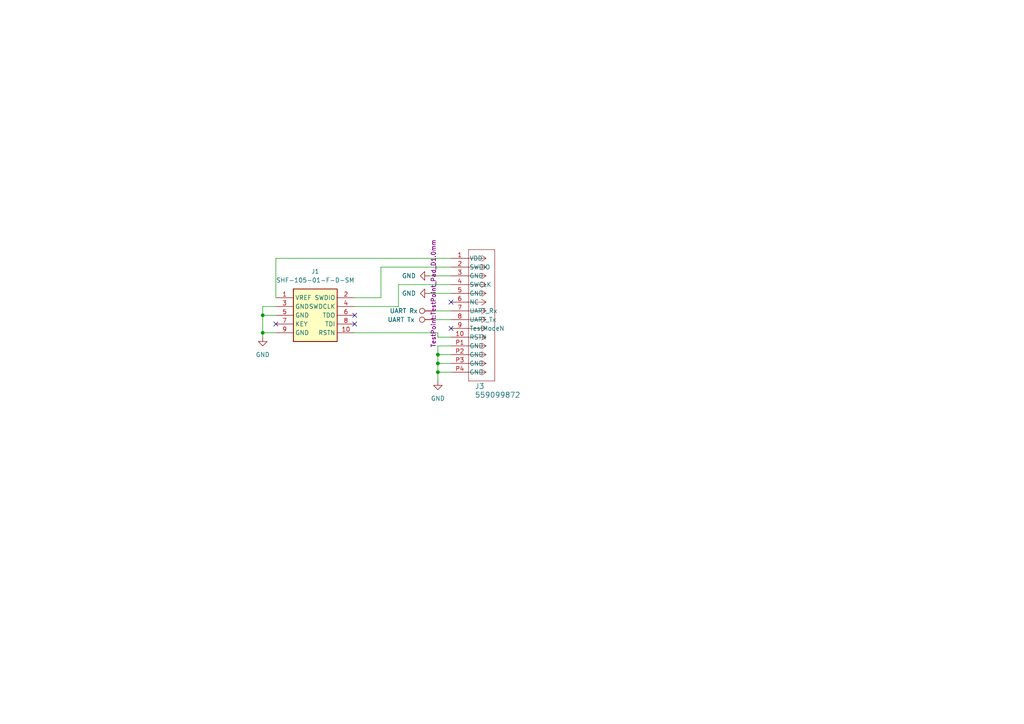
<source format=kicad_sch>
(kicad_sch (version 20250114) (generator "eeschema") (generator_version "9.0")
  (paper "A4")
  (lib_symbols
    (symbol "2025-08-12_14-33-22:559099872" (pin_names (offset 0.254))
      (property "Reference" "J3" (at 13.97 -15.2399 0))
      (property "Value" "559099872" (at 13.97 -17.7799 0))
      (symbol "559099872_1_1"
        (polyline (pts (xy 5.08 2.54) (xy 5.08 -35.56)) (stroke (width 0.127)))
        (polyline (pts (xy 5.08 -35.56) (xy 12.7 -35.56)) (stroke (width 0.127)))
        (polyline (pts (xy 10.16 0) (xy 5.08 0)) (stroke (width 0.127)))
        (polyline (pts (xy 10.16 0) (xy 8.89 0.8467)) (stroke (width 0.127)))
        (polyline (pts (xy 10.16 0) (xy 8.89 -0.8467)) (stroke (width 0.127)))
        (polyline (pts (xy 10.16 -2.54) (xy 5.08 -2.54)) (stroke (width 0.127)))
        (polyline (pts (xy 10.16 -2.54) (xy 8.89 -1.6933)) (stroke (width 0.127)))
        (polyline (pts (xy 10.16 -2.54) (xy 8.89 -3.3867)) (stroke (width 0.127)))
        (polyline (pts (xy 10.16 -5.08) (xy 5.08 -5.08)) (stroke (width 0.127)))
        (polyline (pts (xy 10.16 -5.08) (xy 8.89 -4.2333)) (stroke (width 0.127)))
        (polyline (pts (xy 10.16 -5.08) (xy 8.89 -5.9267)) (stroke (width 0.127)))
        (polyline (pts (xy 10.16 -7.62) (xy 5.08 -7.62)) (stroke (width 0.127)))
        (polyline (pts (xy 10.16 -7.62) (xy 8.89 -6.7733)) (stroke (width 0.127)))
        (polyline (pts (xy 10.16 -7.62) (xy 8.89 -8.4667)) (stroke (width 0.127)))
        (polyline (pts (xy 10.16 -10.16) (xy 5.08 -10.16)) (stroke (width 0.127)))
        (polyline (pts (xy 10.16 -10.16) (xy 8.89 -9.3133)) (stroke (width 0.127)))
        (polyline (pts (xy 10.16 -10.16) (xy 8.89 -11.0067)) (stroke (width 0.127)))
        (polyline (pts (xy 10.16 -12.7) (xy 5.08 -12.7)) (stroke (width 0.127)))
        (polyline (pts (xy 10.16 -12.7) (xy 8.89 -11.8533)) (stroke (width 0.127)))
        (polyline (pts (xy 10.16 -12.7) (xy 8.89 -13.5467)) (stroke (width 0.127)))
        (polyline (pts (xy 10.16 -15.24) (xy 5.08 -15.24)) (stroke (width 0.127)))
        (polyline (pts (xy 10.16 -15.24) (xy 8.89 -14.3933)) (stroke (width 0.127)))
        (polyline (pts (xy 10.16 -15.24) (xy 8.89 -16.0867)) (stroke (width 0.127)))
        (polyline (pts (xy 10.16 -17.78) (xy 5.08 -17.78)) (stroke (width 0.127)))
        (polyline (pts (xy 10.16 -17.78) (xy 8.89 -16.9333)) (stroke (width 0.127)))
        (polyline (pts (xy 10.16 -17.78) (xy 8.89 -18.6267)) (stroke (width 0.127)))
        (polyline (pts (xy 10.16 -20.32) (xy 5.08 -20.32)) (stroke (width 0.127)))
        (polyline (pts (xy 10.16 -20.32) (xy 8.89 -19.4733)) (stroke (width 0.127)))
        (polyline (pts (xy 10.16 -20.32) (xy 8.89 -21.1667)) (stroke (width 0.127)))
        (polyline (pts (xy 10.16 -22.86) (xy 5.08 -22.86)) (stroke (width 0.127)))
        (polyline (pts (xy 10.16 -22.86) (xy 8.89 -22.0133)) (stroke (width 0.127)))
        (polyline (pts (xy 10.16 -22.86) (xy 8.89 -23.7067)) (stroke (width 0.127)))
        (polyline (pts (xy 10.16 -25.4) (xy 5.08 -25.4)) (stroke (width 0.127)))
        (polyline (pts (xy 10.16 -25.4) (xy 8.89 -24.5533)) (stroke (width 0.127)))
        (polyline (pts (xy 10.16 -25.4) (xy 8.89 -26.2467)) (stroke (width 0.127)))
        (polyline (pts (xy 10.16 -27.94) (xy 5.08 -27.94)) (stroke (width 0.127)))
        (polyline (pts (xy 10.16 -27.94) (xy 8.89 -27.0933)) (stroke (width 0.127)))
        (polyline (pts (xy 10.16 -27.94) (xy 8.89 -28.7867)) (stroke (width 0.127)))
        (polyline (pts (xy 10.16 -30.48) (xy 5.08 -30.48)) (stroke (width 0.127)))
        (polyline (pts (xy 10.16 -30.48) (xy 8.89 -29.6333)) (stroke (width 0.127)))
        (polyline (pts (xy 10.16 -30.48) (xy 8.89 -31.3267)) (stroke (width 0.127)))
        (polyline (pts (xy 10.16 -33.02) (xy 5.08 -33.02)) (stroke (width 0.127)))
        (polyline (pts (xy 10.16 -33.02) (xy 8.89 -32.1733)) (stroke (width 0.127)))
        (polyline (pts (xy 10.16 -33.02) (xy 8.89 -33.8667)) (stroke (width 0.127)))
        (polyline (pts (xy 12.7 2.54) (xy 5.08 2.54)) (stroke (width 0.127)))
        (polyline (pts (xy 12.7 -35.56) (xy 12.7 2.54)) (stroke (width 0.127)))
        (pin unspecified line (at 0 0 0) (length 5.08) (name "VDD") (number "1"))
        (pin unspecified line (at 0 -2.54 0) (length 5.08) (name "SWDIO") (number "2"))
        (pin unspecified line (at 0 -5.08 0) (length 5.08) (name "GND") (number "3"))
        (pin unspecified line (at 0 -7.62 0) (length 5.08) (name "SWCLK") (number "4"))
        (pin unspecified line (at 0 -10.16 0) (length 5.08) (name "GND") (number "5"))
        (pin unspecified line (at 0 -12.7 0) (length 5.08) (name "NC") (number "6"))
        (pin unspecified line (at 0 -15.24 0) (length 5.08) (name "UART_Rx") (number "7"))
        (pin unspecified line (at 0 -17.78 0) (length 5.08) (name "UART_Tx") (number "8"))
        (pin unspecified line (at 0 -20.32 0) (length 5.08) (name "TestModeN") (number "9"))
        (pin unspecified line (at 0 -22.86 0) (length 5.08) (name "RSTN") (number "10"))
        (pin unspecified line (at 0 -25.4 0) (length 5.08) (name "GND") (number "P1"))
        (pin unspecified line (at 0 -27.94 0) (length 5.08) (name "GND") (number "P2"))
        (pin unspecified line (at 0 -30.48 0) (length 5.08) (name "GND") (number "P3"))
        (pin unspecified line (at 0 -33.02 0) (length 5.08) (name "GND") (number "P4"))
      )
      (symbol "559099872_1_2"
        (polyline (pts (xy 5.08 2.54) (xy 5.08 -35.56)) (stroke (width 0.127)))
        (polyline (pts (xy 5.08 -35.56) (xy 12.7 -35.56)) (stroke (width 0.127)))
        (polyline (pts (xy 7.62 0) (xy 5.08 0)) (stroke (width 0.127)))
        (polyline (pts (xy 7.62 0) (xy 8.89 0.8467)) (stroke (width 0.127)))
        (polyline (pts (xy 7.62 0) (xy 8.89 -0.8467)) (stroke (width 0.127)))
        (polyline (pts (xy 7.62 -2.54) (xy 5.08 -2.54)) (stroke (width 0.127)))
        (polyline (pts (xy 7.62 -2.54) (xy 8.89 -1.6933)) (stroke (width 0.127)))
        (polyline (pts (xy 7.62 -2.54) (xy 8.89 -3.3867)) (stroke (width 0.127)))
        (polyline (pts (xy 7.62 -5.08) (xy 5.08 -5.08)) (stroke (width 0.127)))
        (polyline (pts (xy 7.62 -5.08) (xy 8.89 -4.2333)) (stroke (width 0.127)))
        (polyline (pts (xy 7.62 -5.08) (xy 8.89 -5.9267)) (stroke (width 0.127)))
        (polyline (pts (xy 7.62 -7.62) (xy 5.08 -7.62)) (stroke (width 0.127)))
        (polyline (pts (xy 7.62 -7.62) (xy 8.89 -6.7733)) (stroke (width 0.127)))
        (polyline (pts (xy 7.62 -7.62) (xy 8.89 -8.4667)) (stroke (width 0.127)))
        (polyline (pts (xy 7.62 -10.16) (xy 5.08 -10.16)) (stroke (width 0.127)))
        (polyline (pts (xy 7.62 -10.16) (xy 8.89 -9.3133)) (stroke (width 0.127)))
        (polyline (pts (xy 7.62 -10.16) (xy 8.89 -11.0067)) (stroke (width 0.127)))
        (polyline (pts (xy 7.62 -12.7) (xy 5.08 -12.7)) (stroke (width 0.127)))
        (polyline (pts (xy 7.62 -12.7) (xy 8.89 -11.8533)) (stroke (width 0.127)))
        (polyline (pts (xy 7.62 -12.7) (xy 8.89 -13.5467)) (stroke (width 0.127)))
        (polyline (pts (xy 7.62 -15.24) (xy 5.08 -15.24)) (stroke (width 0.127)))
        (polyline (pts (xy 7.62 -15.24) (xy 8.89 -14.3933)) (stroke (width 0.127)))
        (polyline (pts (xy 7.62 -15.24) (xy 8.89 -16.0867)) (stroke (width 0.127)))
        (polyline (pts (xy 7.62 -17.78) (xy 5.08 -17.78)) (stroke (width 0.127)))
        (polyline (pts (xy 7.62 -17.78) (xy 8.89 -16.9333)) (stroke (width 0.127)))
        (polyline (pts (xy 7.62 -17.78) (xy 8.89 -18.6267)) (stroke (width 0.127)))
        (polyline (pts (xy 7.62 -20.32) (xy 5.08 -20.32)) (stroke (width 0.127)))
        (polyline (pts (xy 7.62 -20.32) (xy 8.89 -19.4733)) (stroke (width 0.127)))
        (polyline (pts (xy 7.62 -20.32) (xy 8.89 -21.1667)) (stroke (width 0.127)))
        (polyline (pts (xy 7.62 -22.86) (xy 5.08 -22.86)) (stroke (width 0.127)))
        (polyline (pts (xy 7.62 -22.86) (xy 8.89 -22.0133)) (stroke (width 0.127)))
        (polyline (pts (xy 7.62 -22.86) (xy 8.89 -23.7067)) (stroke (width 0.127)))
        (polyline (pts (xy 7.62 -25.4) (xy 5.08 -25.4)) (stroke (width 0.127)))
        (polyline (pts (xy 7.62 -25.4) (xy 8.89 -24.5533)) (stroke (width 0.127)))
        (polyline (pts (xy 7.62 -25.4) (xy 8.89 -26.2467)) (stroke (width 0.127)))
        (polyline (pts (xy 7.62 -27.94) (xy 5.08 -27.94)) (stroke (width 0.127)))
        (polyline (pts (xy 7.62 -27.94) (xy 8.89 -27.0933)) (stroke (width 0.127)))
        (polyline (pts (xy 7.62 -27.94) (xy 8.89 -28.7867)) (stroke (width 0.127)))
        (polyline (pts (xy 7.62 -30.48) (xy 5.08 -30.48)) (stroke (width 0.127)))
        (polyline (pts (xy 7.62 -30.48) (xy 8.89 -29.6333)) (stroke (width 0.127)))
        (polyline (pts (xy 7.62 -30.48) (xy 8.89 -31.3267)) (stroke (width 0.127)))
        (polyline (pts (xy 7.62 -33.02) (xy 5.08 -33.02)) (stroke (width 0.127)))
        (polyline (pts (xy 7.62 -33.02) (xy 8.89 -32.1733)) (stroke (width 0.127)))
        (polyline (pts (xy 7.62 -33.02) (xy 8.89 -33.8667)) (stroke (width 0.127)))
        (polyline (pts (xy 12.7 2.54) (xy 5.08 2.54)) (stroke (width 0.127)))
        (polyline (pts (xy 12.7 -35.56) (xy 12.7 2.54)) (stroke (width 0.127)))
        (pin unspecified line (at 0 0 0) (length 5.08) (name "1") (number "1"))
        (pin unspecified line (at 0 -2.54 0) (length 5.08) (name "2") (number "2"))
        (pin unspecified line (at 0 -5.08 0) (length 5.08) (name "3") (number "3"))
        (pin unspecified line (at 0 -7.62 0) (length 5.08) (name "4") (number "4"))
        (pin unspecified line (at 0 -10.16 0) (length 5.08) (name "5") (number "5"))
        (pin unspecified line (at 0 -12.7 0) (length 5.08) (name "6") (number "6"))
        (pin unspecified line (at 0 -15.24 0) (length 5.08) (name "7") (number "7"))
        (pin unspecified line (at 0 -17.78 0) (length 5.08) (name "8") (number "8"))
        (pin unspecified line (at 0 -20.32 0) (length 5.08) (name "9") (number "9"))
        (pin unspecified line (at 0 -22.86 0) (length 5.08) (name "10") (number "10"))
        (pin unspecified line (at 0 -25.4 0) (length 5.08) (name "P1") (number "P1"))
        (pin unspecified line (at 0 -27.94 0) (length 5.08) (name "P2") (number "P2"))
        (pin unspecified line (at 0 -30.48 0) (length 5.08) (name "P3") (number "P3"))
        (pin unspecified line (at 0 -33.02 0) (length 5.08) (name "P4") (number "P4"))
      )
    )
    (symbol "Connector:TestPoint" (pin_numbers (hide yes)) (pin_names (offset 0.762) (hide yes))
      (property "Reference" "TP" (at 0 6.858 0))
      (property "Value" "TestPoint" (at 0 5.08 0))
      (symbol "TestPoint_0_1"
        (circle (center 0 3.302) (radius 0.762))
      )
      (symbol "TestPoint_1_1"
        (pin passive line (at 0 0 90) (length 2.54) (name "1") (number "1"))
      )
    )
    (symbol "IDC127_2x5:SHF-105-01-F-D-SM"
      (property "Reference" "J1" (at 11.43 7.62 0))
      (property "Value" "SHF-105-01-F-D-SM" (at 11.43 5.08 0))
      (symbol "SHF-105-01-F-D-SM_1_1"
        (rectangle (start 5.08 2.54) (end 17.78 -12.7) (stroke (width 0.254)) (fill (type background)))
        (pin passive line (at 0 0 0) (length 5.08) (name "VREF") (number "1"))
        (pin passive line (at 0 -2.54 0) (length 5.08) (name "GND") (number "3"))
        (pin passive line (at 0 -5.08 0) (length 5.08) (name "GND") (number "5"))
        (pin passive line (at 0 -7.62 0) (length 5.08) (name "KEY") (number "7"))
        (pin passive line (at 0 -10.16 0) (length 5.08) (name "GND") (number "9"))
        (pin passive line (at 22.86 0 180) (length 5.08) (name "SWDIO") (number "2"))
        (pin passive line (at 22.86 -2.54 180) (length 5.08) (name "SWDCLK") (number "4"))
        (pin passive line (at 22.86 -5.08 180) (length 5.08) (name "TDO") (number "6"))
        (pin passive line (at 22.86 -7.62 180) (length 5.08) (name "TDI") (number "8"))
        (pin passive line (at 22.86 -10.16 180) (length 5.08) (name "RSTN") (number "10"))
      )
    )
    (symbol "power:GND" (power) (pin_numbers (hide yes)) (pin_names (offset 0) (hide yes))
      (property "Value" "GND" (at 0 -3.81 0))
      (symbol "GND_0_1"
        (polyline (pts (xy 0 0) (xy 0 -1.27) (xy 1.27 -1.27) (xy 0 -2.54) (xy -1.27 -1.27) (xy 0 -1.27)))
      )
      (symbol "GND_1_1"
        (pin power_in line (at 0 0 270) (length 0) (name "~") (number "1"))
      )
    )
  )
  (junction (at 127 102.87))
  (junction (at 127 107.95))
  (junction (at 127 105.41))
  (junction (at 76.2 96.52))
  (junction (at 76.2 91.44))
  (no_connect (at 102.87 93.98))
  (no_connect (at 130.81 95.25))
  (no_connect (at 80.01 93.98))
  (no_connect (at 130.81 87.63))
  (no_connect (at 102.87 91.44))
  (wire (pts (xy 127 96.52) (xy 127 97.79)))
  (wire (pts (xy 127 100.33) (xy 130.81 100.33)))
  (wire (pts (xy 125.73 92.71) (xy 130.81 92.71)))
  (wire (pts (xy 127 110.49) (xy 127 107.95)))
  (wire (pts (xy 76.2 91.44) (xy 76.2 96.52)))
  (wire (pts (xy 127 107.95) (xy 127 105.41)))
  (wire (pts (xy 80.01 88.9) (xy 76.2 88.9)))
  (wire (pts (xy 76.2 88.9) (xy 76.2 91.44)))
  (wire (pts (xy 127 105.41) (xy 127 102.87)))
  (wire (pts (xy 127 102.87) (xy 130.81 102.87)))
  (wire (pts (xy 80.01 86.36) (xy 80.01 74.93)))
  (wire (pts (xy 127 107.95) (xy 130.81 107.95)))
  (wire (pts (xy 102.87 86.36) (xy 110.49 86.36)))
  (wire (pts (xy 102.87 96.52) (xy 127 96.52)))
  (wire (pts (xy 80.01 91.44) (xy 76.2 91.44)))
  (wire (pts (xy 127 102.87) (xy 127 100.33)))
  (wire (pts (xy 76.2 96.52) (xy 76.2 97.79)))
  (wire (pts (xy 127 105.41) (xy 130.81 105.41)))
  (wire (pts (xy 110.49 86.36) (xy 110.49 77.47)))
  (wire (pts (xy 115.57 88.9) (xy 115.57 82.55)))
  (wire (pts (xy 110.49 77.47) (xy 130.81 77.47)))
  (wire (pts (xy 80.01 96.52) (xy 76.2 96.52)))
  (wire (pts (xy 124.46 80.01) (xy 130.81 80.01)))
  (wire (pts (xy 125.73 90.17) (xy 130.81 90.17)))
  (wire (pts (xy 115.57 82.55) (xy 130.81 82.55)))
  (wire (pts (xy 127 97.79) (xy 130.81 97.79)))
  (wire (pts (xy 102.87 88.9) (xy 115.57 88.9)))
  (wire (pts (xy 80.01 74.93) (xy 130.81 74.93)))
  (wire (pts (xy 124.46 85.09) (xy 130.81 85.09)))
  (symbol (lib_id "2025-08-12_14-33-22:559099872") (at 130.81 74.93 0) (unit 1)
    (property "Reference" "J3" (at 137.668 112.014 0) (effects (font (size 1.524 1.524)) (justify left)))
    (property "Value" "559099872" (at 137.668 114.554 0) (effects (font (size 1.524 1.524)) (justify left)))
    (property "Footprint" "CON_559099872" (effects (hide yes)))
    (property "Datasheet" "https://www.molex.com/en-us/products/part-detail-pdf/559099872?display=pdf" (effects (hide yes)))
  )
  (symbol (lib_id "power:GND") (at 124.46 85.09 270) (unit 1)
    (property "Reference" "#PWR02" (effects (hide yes)))
    (property "Value" "GND" (at 120.65 85.0899 90) (effects (justify right)))
    (property "Description" "Power symbol creates a global label with name \"GND\" , ground" (effects (hide yes)))
  )
  (symbol (lib_id "Connector:TestPoint") (at 125.73 92.71 90) (unit 1)
    (property "Reference" "TP2" (effects (hide yes)))
    (property "Value" "UART Tx" (at 116.332 92.71 90))
    (property "Footprint" "TestPoint:TestPoint_Pad_D1.0mm" (effects (hide yes)))
    (property "Description" "test point" (effects (hide yes)))
  )
  (symbol (lib_id "IDC127_2x5:SHF-105-01-F-D-SM") (at 80.01 86.36 0) (unit 1)
    (property "Reference" "J1" (at 91.44 78.74 0))
    (property "Value" "SHF-105-01-F-D-SM" (at 91.44 81.28 0))
    (property "Footprint" "SHF-105-01-X-D-SM" (effects (hide yes)))
    (property "Datasheet" "http://suddendocs.samtec.com/prints/shf-1xx-01-x-d-xx-xx-mkt.pdf" (effects (hide yes)))
    (property "Description" "10 Position, Dual - Row, Shrouded Terminal Strip, 0.050&quot; pitch" (effects (hide yes)))
    (property "Mouser Part Number" "200-SHF10501FDSM" (effects (hide yes)))
    (property "Mouser Price/Stock" "https://www.mouser.co.uk/ProductDetail/Samtec/SHF-105-01-F-D-SM?qs=%252BZP6%2F%252BtExtCW73QuOSbkmg%3D%3D" (effects (hide yes)))
    (property "Manufacturer_Name" "SAMTEC" (effects (hide yes)))
    (property "Manufacturer_Part_Number" "SHF-105-01-F-D-SM" (effects (hide yes)))
  )
  (symbol (lib_id "Connector:TestPoint") (at 125.73 90.17 90) (unit 1)
    (property "Reference" "TP1" (effects (hide yes)))
    (property "Value" "UART Rx" (at 117.094 90.17 90))
    (property "Footprint" "TestPoint:TestPoint_Pad_D1.0mm" (at 125.73 85.09 0))
    (property "Description" "test point" (effects (hide yes)))
  )
  (symbol (lib_id "power:GND") (at 76.2 97.79 0) (unit 1)
    (property "Reference" "#PWR04" (effects (hide yes)))
    (property "Value" "GND" (at 76.2 102.87 0))
    (property "Description" "Power symbol creates a global label with name \"GND\" , ground" (effects (hide yes)))
  )
  (symbol (lib_id "power:GND") (at 124.46 80.01 270) (unit 1)
    (property "Reference" "#PWR03" (effects (hide yes)))
    (property "Value" "GND" (at 120.65 80.0099 90) (effects (justify right)))
    (property "Description" "Power symbol creates a global label with name \"GND\" , ground" (effects (hide yes)))
  )
  (symbol (lib_id "power:GND") (at 127 110.49 0) (unit 1)
    (property "Reference" "#PWR01" (effects (hide yes)))
    (property "Value" "GND" (at 127 115.57 0))
    (property "Description" "Power symbol creates a global label with name \"GND\" , ground" (effects (hide yes)))
  )
)
</source>
